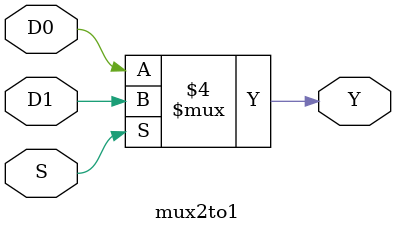
<source format=v>
module mux2to1(
input D0, //输入信号 D0
input D1, //输入信号 D1
input S, //输入选择信号 S
output reg Y //输出信号 Y
); 
 
/*电路功能描述
 1.(*)表示 always 块中所有输入信号都是敏感信号
 2.Y 必须定义成 reg 型
*/
//Y:2 选 1 数据选择器输出数据
always @(*)begin
if(S == 1'b1)//or: if (S) Y = D1;
Y = D1;
else
Y = D0;
end
endmodule
</source>
